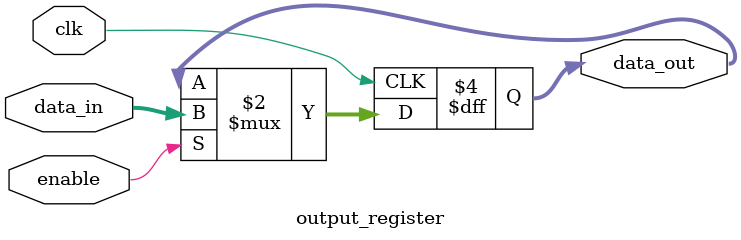
<source format=sv>
module clk_gated_decoder(
    input wire clk,
    input wire [2:0] addr,
    input wire enable,
    output wire [7:0] select
);
    // Internal connections
    wire [2:0] registered_addr;
    wire registered_enable;
    wire [7:0] decoded_value;
    
    // Input registration submodule
    input_register input_reg_inst (
        .clk(clk),
        .addr_in(addr),
        .enable_in(enable),
        .addr_out(registered_addr),
        .enable_out(registered_enable)
    );
    
    // Decoder submodule
    address_decoder decoder_inst (
        .addr(registered_addr),
        .decoded_out(decoded_value)
    );
    
    // Output register with enable control
    output_register output_reg_inst (
        .clk(clk),
        .enable(registered_enable),
        .data_in(decoded_value),
        .data_out(select)
    );
endmodule

module input_register (
    input wire clk,
    input wire [2:0] addr_in,
    input wire enable_in,
    output reg [2:0] addr_out,
    output reg enable_out
);
    // Register inputs
    always @(posedge clk) begin
        addr_out <= addr_in;
        enable_out <= enable_in;
    end
endmodule

module address_decoder (
    input wire [2:0] addr,
    output wire [7:0] decoded_out
);
    // Pure combinational one-hot decoder
    assign decoded_out = (8'b00000001 << addr);
endmodule

module output_register (
    input wire clk,
    input wire enable,
    input wire [7:0] data_in,
    output reg [7:0] data_out
);
    // Registered output with enable
    always @(posedge clk) begin
        if (enable)
            data_out <= data_in;
    end
endmodule
</source>
